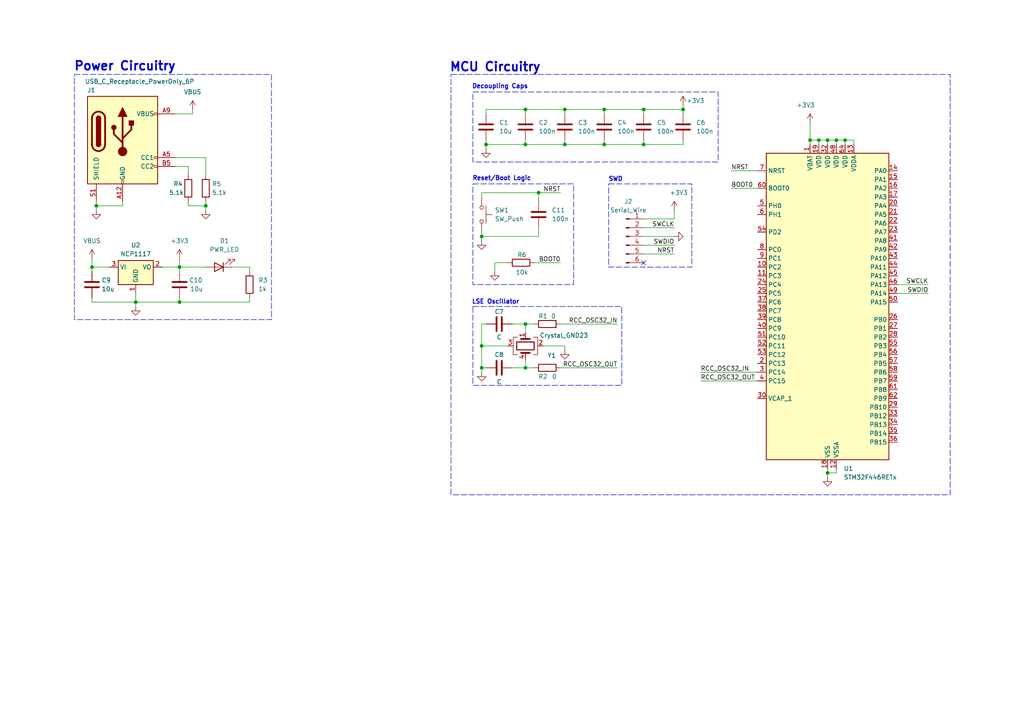
<source format=kicad_sch>
(kicad_sch (version 20250114) (generator "eeschema") (generator_version "9.0")
  (paper "A4")
  (lib_symbols
    (symbol "Connector:Conn_01x06_Pin" (pin_names (offset 1.016) (hide yes))
      (property "Reference" "J" (at 0 7.62 0))
      (property "Value" "Conn_01x06_Pin" (at 0 -10.16 0))
      (symbol "Conn_01x06_Pin_1_1"
        (rectangle (start 0.8636 5.207) (end 0 4.953) (stroke (width 0.1524)) (fill (type outline)))
        (rectangle (start 0.8636 2.667) (end 0 2.413) (stroke (width 0.1524)) (fill (type outline)))
        (rectangle (start 0.8636 0.127) (end 0 -0.127) (stroke (width 0.1524)) (fill (type outline)))
        (rectangle (start 0.8636 -2.413) (end 0 -2.667) (stroke (width 0.1524)) (fill (type outline)))
        (rectangle (start 0.8636 -4.953) (end 0 -5.207) (stroke (width 0.1524)) (fill (type outline)))
        (rectangle (start 0.8636 -7.493) (end 0 -7.747) (stroke (width 0.1524)) (fill (type outline)))
        (polyline (pts (xy 1.27 5.08) (xy 0.8636 5.08)) (stroke (width 0.1524)))
        (polyline (pts (xy 1.27 2.54) (xy 0.8636 2.54)) (stroke (width 0.1524)))
        (polyline (pts (xy 1.27 0) (xy 0.8636 0)) (stroke (width 0.1524)))
        (polyline (pts (xy 1.27 -2.54) (xy 0.8636 -2.54)) (stroke (width 0.1524)))
        (polyline (pts (xy 1.27 -5.08) (xy 0.8636 -5.08)) (stroke (width 0.1524)))
        (polyline (pts (xy 1.27 -7.62) (xy 0.8636 -7.62)) (stroke (width 0.1524)))
        (pin passive line (at 5.08 5.08 180) (length 3.81) (name "Pin_1") (number "1"))
        (pin passive line (at 5.08 2.54 180) (length 3.81) (name "Pin_2") (number "2"))
        (pin passive line (at 5.08 0 180) (length 3.81) (name "Pin_3") (number "3"))
        (pin passive line (at 5.08 -2.54 180) (length 3.81) (name "Pin_4") (number "4"))
        (pin passive line (at 5.08 -5.08 180) (length 3.81) (name "Pin_5") (number "5"))
        (pin passive line (at 5.08 -7.62 180) (length 3.81) (name "Pin_6") (number "6"))
      )
    )
    (symbol "Connector:USB_C_Receptacle_PowerOnly_6P" (pin_names (offset 1.016))
      (property "Reference" "J" (at 0 16.51 0))
      (property "Value" "USB_C_Receptacle_PowerOnly_6P" (at 0 13.97 0))
      (symbol "USB_C_Receptacle_PowerOnly_6P_0_0"
        (rectangle (start -0.254 -12.7) (end 0.254 -11.684))
        (rectangle (start 10.16 7.874) (end 9.144 7.366))
        (rectangle (start 10.16 -4.826) (end 9.144 -5.334))
        (rectangle (start 10.16 -7.366) (end 9.144 -7.874))
      )
      (symbol "USB_C_Receptacle_PowerOnly_6P_0_1"
        (rectangle (start -10.16 12.7) (end 10.16 -12.7) (stroke (width 0.254)) (fill (type background)))
        (polyline (pts (xy -8.89 -1.27) (xy -8.89 6.35)) (stroke (width 0.508)))
        (rectangle (start -7.62 -1.27) (end -6.35 6.35) (stroke (width 0.254)) (fill (type outline)))
        (arc (start -7.62 6.35) (mid -6.985 6.9823) (end -6.35 6.35) (stroke (width 0.254)))
        (arc (start -7.62 6.35) (mid -6.985 6.9823) (end -6.35 6.35) (stroke (width 0.254)) (fill (type outline)))
        (arc (start -8.89 6.35) (mid -6.985 8.2467) (end -5.08 6.35) (stroke (width 0.508)))
        (arc (start -5.08 -1.27) (mid -6.985 -3.1667) (end -8.89 -1.27) (stroke (width 0.508)))
        (arc (start -6.35 -1.27) (mid -6.985 -1.9023) (end -7.62 -1.27) (stroke (width 0.254)))
        (arc (start -6.35 -1.27) (mid -6.985 -1.9023) (end -7.62 -1.27) (stroke (width 0.254)) (fill (type outline)))
        (polyline (pts (xy -5.08 6.35) (xy -5.08 -1.27)) (stroke (width 0.508)))
        (circle (center -2.54 3.683) (radius 0.635) (stroke (width 0.254)) (fill (type outline)))
        (polyline (pts (xy -1.27 6.858) (xy 0 9.398) (xy 1.27 6.858) (xy -1.27 6.858)) (stroke (width 0.254)) (fill (type outline)))
        (polyline (pts (xy 0 0.508) (xy 2.54 3.048) (xy 2.54 4.318)) (stroke (width 0.508)))
        (polyline (pts (xy 0 -0.762) (xy -2.54 1.778) (xy -2.54 3.048)) (stroke (width 0.508)))
        (polyline (pts (xy 0 -3.302) (xy 0 6.858)) (stroke (width 0.508)))
        (circle (center 0 -3.302) (radius 1.27) (fill (type outline)))
        (rectangle (start 1.905 4.318) (end 3.175 5.588) (stroke (width 0.254)) (fill (type outline)))
      )
      (symbol "USB_C_Receptacle_PowerOnly_6P_1_1"
        (pin passive line (at -7.62 -17.78 90) (length 5.08) (name "SHIELD") (number "S1"))
        (pin passive line (at 0 -17.78 90) (length 5.08) (name "GND") (number "A12"))
        (pin passive line (at 0 -17.78 90) (length 5.08) (hide yes) (name "GND") (number "B12"))
        (pin passive line (at 15.24 7.62 180) (length 5.08) (name "VBUS") (number "A9"))
        (pin passive line (at 15.24 7.62 180) (length 5.08) (hide yes) (name "VBUS") (number "B9"))
        (pin bidirectional line (at 15.24 -5.08 180) (length 5.08) (name "CC1") (number "A5"))
        (pin bidirectional line (at 15.24 -7.62 180) (length 5.08) (name "CC2") (number "B5"))
      )
    )
    (symbol "Device:C" (pin_numbers (hide yes)) (pin_names (offset 0.254))
      (property "Reference" "C" (at 0.635 2.54 0))
      (property "Value" "C" (at 0.635 -2.54 0))
      (symbol "C_0_1"
        (polyline (pts (xy -2.032 0.762) (xy 2.032 0.762)) (stroke (width 0.508)))
        (polyline (pts (xy -2.032 -0.762) (xy 2.032 -0.762)) (stroke (width 0.508)))
      )
      (symbol "C_1_1"
        (pin passive line (at 0 3.81 270) (length 2.794) (name "~") (number "1"))
        (pin passive line (at 0 -3.81 90) (length 2.794) (name "~") (number "2"))
      )
    )
    (symbol "Device:Crystal_GND23" (pin_names (offset 1.016) (hide yes))
      (property "Reference" "Y" (at 3.175 5.08 0))
      (property "Value" "Crystal_GND23" (at 3.175 3.175 0))
      (symbol "Crystal_GND23_0_1"
        (polyline (pts (xy -2.54 2.286) (xy -2.54 3.556) (xy 2.54 3.556) (xy 2.54 2.286)))
        (polyline (pts (xy -2.54 0) (xy -2.032 0)))
        (polyline (pts (xy -2.54 -2.286) (xy -2.54 -3.556) (xy 2.54 -3.556) (xy 2.54 -2.286)))
        (polyline (pts (xy -2.032 -1.27) (xy -2.032 1.27)) (stroke (width 0.508)))
        (rectangle (start -1.143 2.54) (end 1.143 -2.54) (stroke (width 0.3048)))
        (polyline (pts (xy 0 3.556) (xy 0 3.81)))
        (polyline (pts (xy 0 -3.81) (xy 0 -3.556)))
        (polyline (pts (xy 2.032 0) (xy 2.54 0)))
        (polyline (pts (xy 2.032 -1.27) (xy 2.032 1.27)) (stroke (width 0.508)))
      )
      (symbol "Crystal_GND23_1_1"
        (pin passive line (at -3.81 0 0) (length 1.27) (name "1") (number "1"))
        (pin passive line (at 0 5.08 270) (length 1.27) (name "2") (number "2"))
        (pin passive line (at 0 -5.08 90) (length 1.27) (name "3") (number "3"))
        (pin passive line (at 3.81 0 180) (length 1.27) (name "4") (number "4"))
      )
    )
    (symbol "Device:LED" (pin_numbers (hide yes)) (pin_names (offset 1.016) (hide yes))
      (property "Reference" "D" (at 0 2.54 0))
      (property "Value" "LED" (at 0 -2.54 0))
      (symbol "LED_0_1"
        (polyline (pts (xy -3.048 -0.762) (xy -4.572 -2.286) (xy -3.81 -2.286) (xy -4.572 -2.286) (xy -4.572 -1.524)))
        (polyline (pts (xy -1.778 -0.762) (xy -3.302 -2.286) (xy -2.54 -2.286) (xy -3.302 -2.286) (xy -3.302 -1.524)))
        (polyline (pts (xy -1.27 0) (xy 1.27 0)))
        (polyline (pts (xy -1.27 -1.27) (xy -1.27 1.27)) (stroke (width 0.254)))
        (polyline (pts (xy 1.27 -1.27) (xy 1.27 1.27) (xy -1.27 0) (xy 1.27 -1.27)) (stroke (width 0.254)))
      )
      (symbol "LED_1_1"
        (pin passive line (at -3.81 0 0) (length 2.54) (name "K") (number "1"))
        (pin passive line (at 3.81 0 180) (length 2.54) (name "A") (number "2"))
      )
    )
    (symbol "Device:R" (pin_numbers (hide yes)) (pin_names (offset 0))
      (property "Reference" "R" (at 2.032 0 90))
      (property "Value" "R" (at 0 0 90))
      (symbol "R_0_1"
        (rectangle (start -1.016 -2.54) (end 1.016 2.54) (stroke (width 0.254)))
      )
      (symbol "R_1_1"
        (pin passive line (at 0 3.81 270) (length 1.27) (name "~") (number "1"))
        (pin passive line (at 0 -3.81 90) (length 1.27) (name "~") (number "2"))
      )
    )
    (symbol "MCU_ST_STM32F4:STM32F446RETx"
      (property "Reference" "U" (at -17.78 46.99 0))
      (property "Value" "STM32F446RETx" (at 10.16 46.99 0))
      (symbol "STM32F446RETx_0_1"
        (rectangle (start -17.78 -43.18) (end 17.78 45.72) (stroke (width 0.254)) (fill (type background)))
      )
      (symbol "STM32F446RETx_1_1"
        (pin input line (at -20.32 40.64 0) (length 2.54) (name "NRST") (number "7"))
        (pin input line (at -20.32 35.56 0) (length 2.54) (name "BOOT0") (number "60"))
        (pin bidirectional line (at -20.32 30.48 0) (length 2.54) (name "PH0") (number "5"))
        (pin bidirectional line (at -20.32 27.94 0) (length 2.54) (name "PH1") (number "6"))
        (pin bidirectional line (at -20.32 22.86 0) (length 2.54) (name "PD2") (number "54"))
        (pin bidirectional line (at -20.32 17.78 0) (length 2.54) (name "PC0") (number "8"))
        (pin bidirectional line (at -20.32 15.24 0) (length 2.54) (name "PC1") (number "9"))
        (pin bidirectional line (at -20.32 12.7 0) (length 2.54) (name "PC2") (number "10"))
        (pin bidirectional line (at -20.32 10.16 0) (length 2.54) (name "PC3") (number "11"))
        (pin bidirectional line (at -20.32 7.62 0) (length 2.54) (name "PC4") (number "24"))
        (pin bidirectional line (at -20.32 5.08 0) (length 2.54) (name "PC5") (number "25"))
        (pin bidirectional line (at -20.32 2.54 0) (length 2.54) (name "PC6") (number "37"))
        (pin bidirectional line (at -20.32 0 0) (length 2.54) (name "PC7") (number "38"))
        (pin bidirectional line (at -20.32 -2.54 0) (length 2.54) (name "PC8") (number "39"))
        (pin bidirectional line (at -20.32 -5.08 0) (length 2.54) (name "PC9") (number "40"))
        (pin bidirectional line (at -20.32 -7.62 0) (length 2.54) (name "PC10") (number "51"))
        (pin bidirectional line (at -20.32 -10.16 0) (length 2.54) (name "PC11") (number "52"))
        (pin bidirectional line (at -20.32 -12.7 0) (length 2.54) (name "PC12") (number "53"))
        (pin bidirectional line (at -20.32 -15.24 0) (length 2.54) (name "PC13") (number "2"))
        (pin bidirectional line (at -20.32 -17.78 0) (length 2.54) (name "PC14") (number "3"))
        (pin bidirectional line (at -20.32 -20.32 0) (length 2.54) (name "PC15") (number "4"))
        (pin power_out line (at -20.32 -25.4 0) (length 2.54) (name "VCAP_1") (number "30"))
        (pin power_in line (at -5.08 48.26 270) (length 2.54) (name "VBAT") (number "1"))
        (pin power_in line (at -2.54 48.26 270) (length 2.54) (name "VDD") (number "19"))
        (pin power_in line (at 0 48.26 270) (length 2.54) (name "VDD") (number "32"))
        (pin power_in line (at 0 -45.72 90) (length 2.54) (name "VSS") (number "18"))
        (pin passive line (at 0 -45.72 90) (length 2.54) (hide yes) (name "VSS") (number "31"))
        (pin passive line (at 0 -45.72 90) (length 2.54) (hide yes) (name "VSS") (number "47"))
        (pin passive line (at 0 -45.72 90) (length 2.54) (hide yes) (name "VSS") (number "63"))
        (pin power_in line (at 2.54 48.26 270) (length 2.54) (name "VDD") (number "48"))
        (pin power_in line (at 2.54 -45.72 90) (length 2.54) (name "VSSA") (number "12"))
        (pin power_in line (at 5.08 48.26 270) (length 2.54) (name "VDD") (number "64"))
        (pin power_in line (at 7.62 48.26 270) (length 2.54) (name "VDDA") (number "13"))
        (pin bidirectional line (at 20.32 40.64 180) (length 2.54) (name "PA0") (number "14"))
        (pin bidirectional line (at 20.32 38.1 180) (length 2.54) (name "PA1") (number "15"))
        (pin bidirectional line (at 20.32 35.56 180) (length 2.54) (name "PA2") (number "16"))
        (pin bidirectional line (at 20.32 33.02 180) (length 2.54) (name "PA3") (number "17"))
        (pin bidirectional line (at 20.32 30.48 180) (length 2.54) (name "PA4") (number "20"))
        (pin bidirectional line (at 20.32 27.94 180) (length 2.54) (name "PA5") (number "21"))
        (pin bidirectional line (at 20.32 25.4 180) (length 2.54) (name "PA6") (number "22"))
        (pin bidirectional line (at 20.32 22.86 180) (length 2.54) (name "PA7") (number "23"))
        (pin bidirectional line (at 20.32 20.32 180) (length 2.54) (name "PA8") (number "41"))
        (pin bidirectional line (at 20.32 17.78 180) (length 2.54) (name "PA9") (number "42"))
        (pin bidirectional line (at 20.32 15.24 180) (length 2.54) (name "PA10") (number "43"))
        (pin bidirectional line (at 20.32 12.7 180) (length 2.54) (name "PA11") (number "44"))
        (pin bidirectional line (at 20.32 10.16 180) (length 2.54) (name "PA12") (number "45"))
        (pin bidirectional line (at 20.32 7.62 180) (length 2.54) (name "PA13") (number "46"))
        (pin bidirectional line (at 20.32 5.08 180) (length 2.54) (name "PA14") (number "49"))
        (pin bidirectional line (at 20.32 2.54 180) (length 2.54) (name "PA15") (number "50"))
        (pin bidirectional line (at 20.32 -2.54 180) (length 2.54) (name "PB0") (number "26"))
        (pin bidirectional line (at 20.32 -5.08 180) (length 2.54) (name "PB1") (number "27"))
        (pin bidirectional line (at 20.32 -7.62 180) (length 2.54) (name "PB2") (number "28"))
        (pin bidirectional line (at 20.32 -10.16 180) (length 2.54) (name "PB3") (number "55"))
        (pin bidirectional line (at 20.32 -12.7 180) (length 2.54) (name "PB4") (number "56"))
        (pin bidirectional line (at 20.32 -15.24 180) (length 2.54) (name "PB5") (number "57"))
        (pin bidirectional line (at 20.32 -17.78 180) (length 2.54) (name "PB6") (number "58"))
        (pin bidirectional line (at 20.32 -20.32 180) (length 2.54) (name "PB7") (number "59"))
        (pin bidirectional line (at 20.32 -22.86 180) (length 2.54) (name "PB8") (number "61"))
        (pin bidirectional line (at 20.32 -25.4 180) (length 2.54) (name "PB9") (number "62"))
        (pin bidirectional line (at 20.32 -27.94 180) (length 2.54) (name "PB10") (number "29"))
        (pin bidirectional line (at 20.32 -30.48 180) (length 2.54) (name "PB12") (number "33"))
        (pin bidirectional line (at 20.32 -33.02 180) (length 2.54) (name "PB13") (number "34"))
        (pin bidirectional line (at 20.32 -35.56 180) (length 2.54) (name "PB14") (number "35"))
        (pin bidirectional line (at 20.32 -38.1 180) (length 2.54) (name "PB15") (number "36"))
      )
    )
    (symbol "Regulator_Linear:NCP1117-3.3_SOT223"
      (property "Reference" "U" (at -3.81 3.175 0))
      (property "Value" "NCP1117-3.3_SOT223" (at 0 3.175 0))
      (symbol "NCP1117-3.3_SOT223_0_1"
        (rectangle (start -5.08 -5.08) (end 5.08 1.905) (stroke (width 0.254)) (fill (type background)))
      )
      (symbol "NCP1117-3.3_SOT223_1_1"
        (pin power_in line (at -7.62 0 0) (length 2.54) (name "VI") (number "3"))
        (pin power_in line (at 0 -7.62 90) (length 2.54) (name "GND") (number "1"))
        (pin power_out line (at 7.62 0 180) (length 2.54) (name "VO") (number "2"))
      )
    )
    (symbol "Switch:SW_Push" (pin_numbers (hide yes)) (pin_names (offset 1.016) (hide yes))
      (property "Reference" "SW" (at 1.27 2.54 0))
      (property "Value" "SW_Push" (at 0 -1.524 0))
      (symbol "SW_Push_0_1"
        (circle (center -2.032 0) (radius 0.508))
        (polyline (pts (xy 0 1.27) (xy 0 3.048)))
        (circle (center 2.032 0) (radius 0.508))
        (polyline (pts (xy 2.54 1.27) (xy -2.54 1.27)))
        (pin passive line (at -5.08 0 0) (length 2.54) (name "1") (number "1"))
        (pin passive line (at 5.08 0 180) (length 2.54) (name "2") (number "2"))
      )
    )
    (symbol "power:+3V3" (power) (pin_numbers (hide yes)) (pin_names (offset 0) (hide yes))
      (property "Value" "+3V3" (at 0 3.556 0))
      (symbol "+3V3_0_1"
        (polyline (pts (xy -0.762 1.27) (xy 0 2.54)))
        (polyline (pts (xy 0 2.54) (xy 0.762 1.27)))
        (polyline (pts (xy 0 0) (xy 0 2.54)))
      )
      (symbol "+3V3_1_1"
        (pin power_in line (at 0 0 90) (length 0) (name "~") (number "1"))
      )
    )
    (symbol "power:GND" (power) (pin_numbers (hide yes)) (pin_names (offset 0) (hide yes))
      (property "Value" "GND" (at 0 -3.81 0))
      (symbol "GND_0_1"
        (polyline (pts (xy 0 0) (xy 0 -1.27) (xy 1.27 -1.27) (xy 0 -2.54) (xy -1.27 -1.27) (xy 0 -1.27)))
      )
      (symbol "GND_1_1"
        (pin power_in line (at 0 0 270) (length 0) (name "~") (number "1"))
      )
    )
    (symbol "power:VBUS" (power) (pin_numbers (hide yes)) (pin_names (offset 0) (hide yes))
      (property "Value" "VBUS" (at 0 3.556 0))
      (symbol "VBUS_0_1"
        (polyline (pts (xy -0.762 1.27) (xy 0 2.54)))
        (polyline (pts (xy 0 2.54) (xy 0.762 1.27)))
        (polyline (pts (xy 0 0) (xy 0 2.54)))
      )
      (symbol "VBUS_1_1"
        (pin power_in line (at 0 0 90) (length 0) (name "~") (number "1"))
      )
    )
  )
  (rectangle (start 137.16 88.9) (end 180.34 111.76) (stroke (width 0) (type dash)))
  (rectangle (start 130.81 21.59) (end 275.59 143.51) (stroke (width 0) (type dash)))
  (rectangle (start 137.16 53.34) (end 166.37 82.55) (stroke (width 0) (type dash)))
  (rectangle (start 137.16 26.67) (end 208.28 46.99) (stroke (width 0) (type dash)))
  (rectangle (start 21.59 21.59) (end 78.74 92.71) (stroke (width 0) (type dash)))
  (rectangle (start 176.53 53.34) (end 200.66 77.47) (stroke (width 0) (type dash)))
  (text "Decoupling Caps" (at 145.034 25.146 0) (effects (font (size 1.27 1.27) (thickness 0.254) (bold yes))))
  (text "Reset/Boot Logic\n" (at 145.542 51.816 0) (effects (font (size 1.27 1.27) (thickness 0.254) (bold yes))))
  (text "Power Circuitry" (at 21.336 19.304 0) (effects (font (size 2.54 2.54) (thickness 0.508) (bold yes)) (justify left)))
  (text "MCU Circuitry" (at 130.302 19.558 0) (effects (font (size 2.54 2.54) (thickness 0.508) (bold yes)) (justify left)))
  (text "SWD" (at 178.562 52.07 0) (effects (font (size 1.27 1.27) (thickness 0.254) (bold yes))))
  (text "LSE Oscillator" (at 143.764 87.63 0) (effects (font (size 1.27 1.27) (thickness 0.254) (bold yes))))
  (junction (at 52.07 77.47))
  (junction (at 59.69 59.69))
  (junction (at 245.11 40.64))
  (junction (at 240.03 137.16))
  (junction (at 152.4 93.98))
  (junction (at 175.26 41.91))
  (junction (at 163.83 31.75))
  (junction (at 242.57 40.64))
  (junction (at 152.4 106.68))
  (junction (at 139.7 68.58))
  (junction (at 234.95 40.64))
  (junction (at 240.03 40.64))
  (junction (at 156.21 55.88))
  (junction (at 39.37 87.63))
  (junction (at 140.97 41.91))
  (junction (at 186.69 41.91))
  (junction (at 237.49 40.64))
  (junction (at 27.94 59.69))
  (junction (at 163.83 41.91))
  (junction (at 152.4 31.75))
  (junction (at 198.12 31.75))
  (junction (at 139.7 100.33))
  (junction (at 139.7 106.68))
  (junction (at 152.4 41.91))
  (junction (at 175.26 31.75))
  (junction (at 186.69 31.75))
  (junction (at 26.67 77.47))
  (junction (at 52.07 87.63))
  (no_connect (at 186.69 76.2))
  (wire (pts (xy 240.03 137.16) (xy 240.03 138.43)))
  (wire (pts (xy 140.97 31.75) (xy 140.97 33.02)))
  (wire (pts (xy 139.7 100.33) (xy 139.7 106.68)))
  (wire (pts (xy 39.37 87.63) (xy 39.37 88.9)))
  (wire (pts (xy 186.69 40.64) (xy 186.69 41.91)))
  (wire (pts (xy 163.83 41.91) (xy 152.4 41.91)))
  (wire (pts (xy 46.99 77.47) (xy 52.07 77.47)))
  (wire (pts (xy 26.67 77.47) (xy 31.75 77.47)))
  (wire (pts (xy 198.12 31.75) (xy 198.12 33.02)))
  (wire (pts (xy 152.4 41.91) (xy 140.97 41.91)))
  (wire (pts (xy 212.09 54.61) (xy 219.71 54.61)))
  (wire (pts (xy 50.8 48.26) (xy 54.61 48.26)))
  (wire (pts (xy 72.39 87.63) (xy 52.07 87.63)))
  (wire (pts (xy 26.67 86.36) (xy 26.67 87.63)))
  (wire (pts (xy 156.21 58.42) (xy 156.21 55.88)))
  (wire (pts (xy 52.07 87.63) (xy 39.37 87.63)))
  (wire (pts (xy 27.94 58.42) (xy 27.94 59.69)))
  (wire (pts (xy 240.03 137.16) (xy 242.57 137.16)))
  (wire (pts (xy 139.7 68.58) (xy 139.7 67.31)))
  (wire (pts (xy 260.35 85.09) (xy 269.24 85.09)))
  (wire (pts (xy 186.69 63.5) (xy 195.58 63.5)))
  (wire (pts (xy 55.88 33.02) (xy 55.88 31.75)))
  (wire (pts (xy 175.26 41.91) (xy 163.83 41.91)))
  (wire (pts (xy 203.2 107.95) (xy 219.71 107.95)))
  (wire (pts (xy 154.94 93.98) (xy 152.4 93.98)))
  (wire (pts (xy 242.57 137.16) (xy 242.57 135.89)))
  (wire (pts (xy 54.61 58.42) (xy 54.61 59.69)))
  (wire (pts (xy 242.57 40.64) (xy 245.11 40.64)))
  (wire (pts (xy 67.31 77.47) (xy 72.39 77.47)))
  (wire (pts (xy 198.12 40.64) (xy 198.12 41.91)))
  (wire (pts (xy 148.59 93.98) (xy 152.4 93.98)))
  (wire (pts (xy 163.83 31.75) (xy 163.83 33.02)))
  (wire (pts (xy 143.51 76.2) (xy 143.51 78.74)))
  (wire (pts (xy 50.8 45.72) (xy 59.69 45.72)))
  (wire (pts (xy 245.11 40.64) (xy 245.11 41.91)))
  (wire (pts (xy 156.21 55.88) (xy 162.56 55.88)))
  (wire (pts (xy 59.69 59.69) (xy 59.69 60.96)))
  (wire (pts (xy 54.61 48.26) (xy 54.61 50.8)))
  (wire (pts (xy 26.67 87.63) (xy 39.37 87.63)))
  (wire (pts (xy 162.56 93.98) (xy 179.07 93.98)))
  (wire (pts (xy 175.26 40.64) (xy 175.26 41.91)))
  (wire (pts (xy 152.4 40.64) (xy 152.4 41.91)))
  (wire (pts (xy 175.26 31.75) (xy 163.83 31.75)))
  (wire (pts (xy 140.97 41.91) (xy 140.97 40.64)))
  (wire (pts (xy 247.65 40.64) (xy 247.65 41.91)))
  (wire (pts (xy 152.4 106.68) (xy 154.94 106.68)))
  (wire (pts (xy 139.7 68.58) (xy 139.7 69.85)))
  (wire (pts (xy 195.58 73.66) (xy 186.69 73.66)))
  (wire (pts (xy 234.95 35.56) (xy 234.95 40.64)))
  (wire (pts (xy 139.7 55.88) (xy 156.21 55.88)))
  (wire (pts (xy 195.58 66.04) (xy 186.69 66.04)))
  (wire (pts (xy 156.21 66.04) (xy 156.21 68.58)))
  (wire (pts (xy 72.39 86.36) (xy 72.39 87.63)))
  (wire (pts (xy 186.69 31.75) (xy 175.26 31.75)))
  (wire (pts (xy 139.7 106.68) (xy 139.7 107.95)))
  (wire (pts (xy 26.67 77.47) (xy 26.67 78.74)))
  (wire (pts (xy 39.37 85.09) (xy 39.37 87.63)))
  (wire (pts (xy 152.4 31.75) (xy 152.4 33.02)))
  (wire (pts (xy 54.61 59.69) (xy 59.69 59.69)))
  (wire (pts (xy 152.4 104.14) (xy 152.4 106.68)))
  (wire (pts (xy 198.12 30.48) (xy 198.12 31.75)))
  (wire (pts (xy 195.58 71.12) (xy 186.69 71.12)))
  (wire (pts (xy 35.56 58.42) (xy 35.56 59.69)))
  (wire (pts (xy 140.97 41.91) (xy 140.97 43.18)))
  (wire (pts (xy 240.03 135.89) (xy 240.03 137.16)))
  (wire (pts (xy 260.35 82.55) (xy 269.24 82.55)))
  (wire (pts (xy 26.67 74.93) (xy 26.67 77.47)))
  (wire (pts (xy 240.03 40.64) (xy 240.03 41.91)))
  (wire (pts (xy 52.07 77.47) (xy 59.69 77.47)))
  (wire (pts (xy 147.32 76.2) (xy 143.51 76.2)))
  (wire (pts (xy 148.59 106.68) (xy 152.4 106.68)))
  (wire (pts (xy 72.39 77.47) (xy 72.39 78.74)))
  (wire (pts (xy 198.12 31.75) (xy 186.69 31.75)))
  (wire (pts (xy 163.83 100.33) (xy 163.83 101.6)))
  (wire (pts (xy 186.69 31.75) (xy 186.69 33.02)))
  (wire (pts (xy 50.8 33.02) (xy 55.88 33.02)))
  (wire (pts (xy 152.4 93.98) (xy 152.4 96.52)))
  (wire (pts (xy 175.26 31.75) (xy 175.26 33.02)))
  (wire (pts (xy 198.12 41.91) (xy 186.69 41.91)))
  (wire (pts (xy 154.94 76.2) (xy 162.56 76.2)))
  (wire (pts (xy 212.09 49.53) (xy 219.71 49.53)))
  (wire (pts (xy 139.7 93.98) (xy 139.7 100.33)))
  (wire (pts (xy 152.4 31.75) (xy 140.97 31.75)))
  (wire (pts (xy 59.69 58.42) (xy 59.69 59.69)))
  (wire (pts (xy 156.21 68.58) (xy 139.7 68.58)))
  (wire (pts (xy 186.69 41.91) (xy 175.26 41.91)))
  (wire (pts (xy 163.83 31.75) (xy 152.4 31.75)))
  (wire (pts (xy 162.56 106.68) (xy 179.07 106.68)))
  (wire (pts (xy 52.07 86.36) (xy 52.07 87.63)))
  (wire (pts (xy 139.7 55.88) (xy 139.7 57.15)))
  (wire (pts (xy 52.07 77.47) (xy 52.07 78.74)))
  (wire (pts (xy 237.49 40.64) (xy 237.49 41.91)))
  (wire (pts (xy 242.57 40.64) (xy 242.57 41.91)))
  (wire (pts (xy 27.94 59.69) (xy 27.94 60.96)))
  (wire (pts (xy 195.58 68.58) (xy 186.69 68.58)))
  (wire (pts (xy 240.03 40.64) (xy 242.57 40.64)))
  (wire (pts (xy 140.97 93.98) (xy 139.7 93.98)))
  (wire (pts (xy 203.2 110.49) (xy 219.71 110.49)))
  (wire (pts (xy 234.95 40.64) (xy 237.49 40.64)))
  (wire (pts (xy 52.07 77.47) (xy 52.07 74.93)))
  (wire (pts (xy 234.95 40.64) (xy 234.95 41.91)))
  (wire (pts (xy 59.69 45.72) (xy 59.69 50.8)))
  (wire (pts (xy 245.11 40.64) (xy 247.65 40.64)))
  (wire (pts (xy 195.58 60.96) (xy 195.58 63.5)))
  (wire (pts (xy 237.49 40.64) (xy 240.03 40.64)))
  (wire (pts (xy 157.48 100.33) (xy 163.83 100.33)))
  (wire (pts (xy 139.7 106.68) (xy 140.97 106.68)))
  (wire (pts (xy 35.56 59.69) (xy 27.94 59.69)))
  (wire (pts (xy 163.83 40.64) (xy 163.83 41.91)))
  (wire (pts (xy 139.7 100.33) (xy 147.32 100.33)))
  (label "RCC_OSC32_OUT" (at 179.07 106.68 180))
  (label "SWCLK" (at 269.24 82.55 180))
  (label "RCC_OSC32_OUT" (at 203.2 110.49 0))
  (label "RCC_OSC32_IN" (at 203.2 107.95 0))
  (label "BOOT0" (at 162.56 76.2 180))
  (label "RCC_OSC32_IN" (at 179.07 93.98 180))
  (label "BOOT0" (at 212.09 54.61 0))
  (label "NRST" (at 162.56 55.88 180))
  (label "NRST" (at 195.58 73.66 180))
  (label "SWDIO" (at 269.24 85.09 180))
  (label "SWCLK" (at 195.58 66.04 180))
  (label "SWDIO" (at 195.58 71.12 180))
  (label "NRST" (at 212.09 49.53 0))
  (symbol (lib_id "Device:R") (at 72.39 82.55 0) (unit 1)
    (property "Reference" "R3" (at 74.93 81.2799 0) (effects (justify left)))
    (property "Value" "1k" (at 74.93 83.8199 0) (effects (justify left)))
    (property "Footprint" "Resistor_SMD:R_0805_2012Metric_Pad1.20x1.40mm_HandSolder" (effects (hide yes)))
    (property "Description" "Resistor" (effects (hide yes)))
  )
  (symbol (lib_id "Device:C") (at 163.83 36.83 0) (unit 1)
    (property "Reference" "C3" (at 167.64 35.5599 0) (effects (justify left)))
    (property "Value" "100n" (at 167.64 38.0999 0) (effects (justify left)))
    (property "Footprint" "Capacitor_SMD:C_0805_2012Metric_Pad1.18x1.45mm_HandSolder" (effects (hide yes)))
    (property "Description" "Unpolarized capacitor" (effects (hide yes)))
  )
  (symbol (lib_id "Device:C") (at 144.78 106.68 90) (unit 1)
    (property "Reference" "C8" (at 144.78 102.87 90))
    (property "Value" "C" (at 144.78 110.744 90))
    (property "Footprint" "Capacitor_SMD:C_0805_2012Metric_Pad1.18x1.45mm_HandSolder" (effects (hide yes)))
    (property "Description" "Unpolarized capacitor" (effects (hide yes)))
  )
  (symbol (lib_id "Switch:SW_Push") (at 139.7 62.23 270) (unit 1)
    (property "Reference" "SW1" (at 143.51 60.9599 90) (effects (justify left)))
    (property "Value" "SW_Push" (at 143.51 63.4999 90) (effects (justify left)))
    (property "Description" "Push button switch, generic, two pins" (effects (hide yes)))
  )
  (symbol (lib_id "Device:C") (at 152.4 36.83 0) (unit 1)
    (property "Reference" "C2" (at 156.21 35.5599 0) (effects (justify left)))
    (property "Value" "100n" (at 156.21 38.0999 0) (effects (justify left)))
    (property "Footprint" "Capacitor_SMD:C_0805_2012Metric_Pad1.18x1.45mm_HandSolder" (effects (hide yes)))
    (property "Description" "Unpolarized capacitor" (effects (hide yes)))
  )
  (symbol (lib_id "Device:R") (at 158.75 106.68 90) (unit 1)
    (property "Reference" "R2" (at 157.48 109.22 90))
    (property "Value" "0" (at 160.782 109.22 90))
    (property "Footprint" "Resistor_SMD:R_0805_2012Metric_Pad1.20x1.40mm_HandSolder" (effects (hide yes)))
    (property "Description" "Resistor" (effects (hide yes)))
  )
  (symbol (lib_id "Device:LED") (at 63.5 77.47 180) (unit 1)
    (property "Reference" "D1" (at 65.0875 69.85 0))
    (property "Value" "PWR_LED" (at 65.0875 72.39 0))
    (property "Footprint" "LED_SMD:LED_0805_2012Metric_Pad1.15x1.40mm_HandSolder" (effects (hide yes)))
    (property "Description" "Light emitting diode" (effects (hide yes)))
    (property "Sim.Pins" "1=K 2=A" (effects (hide yes)))
  )
  (symbol (lib_id "power:+3V3") (at 195.58 60.96 0) (mirror y) (unit 1)
    (property "Reference" "#PWR013" (effects (hide yes)))
    (property "Value" "+3V3" (at 196.85 55.88 0))
    (property "Description" "Power symbol creates a global label with name \"+3V3\"" (effects (hide yes)))
  )
  (symbol (lib_id "Device:R") (at 158.75 93.98 90) (unit 1)
    (property "Reference" "R1" (at 157.48 91.694 90))
    (property "Value" "0" (at 160.528 91.694 90))
    (property "Footprint" "Resistor_SMD:R_0805_2012Metric_Pad1.20x1.40mm_HandSolder" (effects (hide yes)))
    (property "Description" "Resistor" (effects (hide yes)))
  )
  (symbol (lib_id "Device:R") (at 151.13 76.2 90) (unit 1)
    (property "Reference" "R6" (at 151.384 73.914 90))
    (property "Value" "10k" (at 151.384 78.994 90))
    (property "Footprint" "Resistor_SMD:R_0805_2012Metric_Pad1.20x1.40mm_HandSolder" (effects (hide yes)))
    (property "Description" "Resistor" (effects (hide yes)))
  )
  (symbol (lib_id "Device:C") (at 186.69 36.83 0) (unit 1)
    (property "Reference" "C5" (at 190.5 35.5599 0) (effects (justify left)))
    (property "Value" "100n" (at 190.5 38.0999 0) (effects (justify left)))
    (property "Footprint" "Capacitor_SMD:C_0805_2012Metric_Pad1.18x1.45mm_HandSolder" (effects (hide yes)))
    (property "Description" "Unpolarized capacitor" (effects (hide yes)))
  )
  (symbol (lib_id "Device:C") (at 26.67 82.55 0) (unit 1)
    (property "Reference" "C9" (at 29.464 81.28 0) (effects (justify left)))
    (property "Value" "10u" (at 29.464 83.82 0) (effects (justify left)))
    (property "Footprint" "Capacitor_SMD:C_0805_2012Metric_Pad1.18x1.45mm_HandSolder" (effects (hide yes)))
    (property "Description" "Unpolarized capacitor" (effects (hide yes)))
  )
  (symbol (lib_id "power:GND") (at 240.03 138.43 0) (unit 1)
    (property "Reference" "#PWR04" (effects (hide yes)))
    (property "Value" "GND" (effects (hide yes)))
    (property "Description" "Power symbol creates a global label with name \"GND\" , ground" (effects (hide yes)))
  )
  (symbol (lib_id "Device:C") (at 140.97 36.83 0) (unit 1)
    (property "Reference" "C1" (at 144.78 35.5599 0) (effects (justify left)))
    (property "Value" "10u" (at 144.78 38.0999 0) (effects (justify left)))
    (property "Footprint" "Capacitor_SMD:C_0805_2012Metric_Pad1.18x1.45mm_HandSolder" (effects (hide yes)))
    (property "Description" "Unpolarized capacitor" (effects (hide yes)))
  )
  (symbol (lib_id "Device:C") (at 156.21 62.23 0) (unit 1)
    (property "Reference" "C11" (at 160.02 60.9599 0) (effects (justify left)))
    (property "Value" "100n" (at 160.02 63.4999 0) (effects (justify left)))
    (property "Footprint" "Capacitor_SMD:C_0805_2012Metric_Pad1.18x1.45mm_HandSolder" (effects (hide yes)))
    (property "Description" "Unpolarized capacitor" (effects (hide yes)))
  )
  (symbol (lib_id "Device:Crystal_GND23") (at 152.4 100.33 270) (unit 1)
    (property "Reference" "Y1" (at 160.02 103.124 90))
    (property "Value" "Crystal_GND23" (at 163.576 97.282 90))
    (property "Footprint" "Crystal:Crystal_SMD_Abracon_ABS25-4Pin_8.0x3.8mm" (effects (hide yes)))
    (property "Description" "Four pin crystal, GND on pins 2 and 3" (effects (hide yes)))
  )
  (symbol (lib_id "Device:R") (at 59.69 54.61 0) (unit 1)
    (property "Reference" "R5" (at 61.468 53.34 0) (effects (justify left)))
    (property "Value" "5.1k" (at 61.468 55.88 0) (effects (justify left)))
    (property "Description" "Resistor" (effects (hide yes)))
  )
  (symbol (lib_id "Connector:Conn_01x06_Pin") (at 181.61 68.58 0) (unit 1)
    (property "Reference" "J2" (at 182.245 58.42 0))
    (property "Value" "Serial_Wire" (at 182.245 60.96 0))
    (property "Footprint" "Connector_PinHeader_2.54mm:PinHeader_1x06_P2.54mm_Vertical" (effects (hide yes)))
    (property "Description" "Generic connector, single row, 01x06, script generated" (effects (hide yes)))
  )
  (symbol (lib_id "power:+3V3") (at 234.95 35.56 0) (unit 1)
    (property "Reference" "#PWR01" (effects (hide yes)))
    (property "Value" "+3V3" (at 233.68 30.48 0))
    (property "Description" "Power symbol creates a global label with name \"+3V3\"" (effects (hide yes)))
  )
  (symbol (lib_id "power:VBUS") (at 55.88 31.75 0) (unit 1)
    (property "Reference" "#PWR08" (effects (hide yes)))
    (property "Value" "VBUS" (at 55.88 26.67 0))
    (property "Description" "Power symbol creates a global label with name \"VBUS\"" (effects (hide yes)))
  )
  (symbol (lib_id "MCU_ST_STM32F4:STM32F446RETx") (at 240.03 90.17 0) (unit 1)
    (property "Reference" "U1" (at 244.7133 135.89 0) (effects (justify left)))
    (property "Value" "STM32F446RETx" (at 244.7133 138.43 0) (effects (justify left)))
    (property "Footprint" "Package_QFP:LQFP-64_10x10mm_P0.5mm" (effects (hide yes)))
    (property "Datasheet" "https://www.st.com/resource/en/datasheet/stm32f446re.pdf" (effects (hide yes)))
    (property "Description" "STMicroelectronics Arm Cortex-M4 MCU, 512KB flash, 128KB RAM, 180 MHz, 1.8-3.6V, 50 GPIO, LQFP64" (effects (hide yes)))
  )
  (symbol (lib_id "power:GND") (at 195.58 68.58 90) (mirror x) (unit 1)
    (property "Reference" "#PWR014" (effects (hide yes)))
    (property "Value" "GND" (effects (hide yes)))
    (property "Description" "Power symbol creates a global label with name \"GND\" , ground" (effects (hide yes)))
  )
  (symbol (lib_id "power:GND") (at 59.69 60.96 0) (unit 1)
    (property "Reference" "#PWR012" (effects (hide yes)))
    (property "Value" "GND" (effects (hide yes)))
    (property "Description" "Power symbol creates a global label with name \"GND\" , ground" (effects (hide yes)))
  )
  (symbol (lib_id "Device:C") (at 175.26 36.83 0) (unit 1)
    (property "Reference" "C4" (at 179.07 35.5599 0) (effects (justify left)))
    (property "Value" "100n" (at 179.07 38.0999 0) (effects (justify left)))
    (property "Footprint" "Capacitor_SMD:C_0805_2012Metric_Pad1.18x1.45mm_HandSolder" (effects (hide yes)))
    (property "Description" "Unpolarized capacitor" (effects (hide yes)))
  )
  (symbol (lib_id "power:GND") (at 140.97 43.18 0) (unit 1)
    (property "Reference" "#PWR03" (effects (hide yes)))
    (property "Value" "GND" (effects (hide yes)))
    (property "Description" "Power symbol creates a global label with name \"GND\" , ground" (effects (hide yes)))
  )
  (symbol (lib_id "Regulator_Linear:NCP1117-3.3_SOT223") (at 39.37 77.47 0) (unit 1)
    (property "Reference" "U2" (at 39.37 71.12 0))
    (property "Value" "NCP1117" (at 39.37 73.66 0))
    (property "Footprint" "Package_TO_SOT_SMD:SOT-223-3_TabPin2" (effects (hide yes)))
    (property "Datasheet" "http://www.onsemi.com/pub_link/Collateral/NCP1117-D.PDF" (effects (hide yes)))
    (property "Description" "1A Low drop-out regulator, Fixed Output 3.3V, SOT-223" (effects (hide yes)))
  )
  (symbol (lib_id "Device:C") (at 144.78 93.98 90) (unit 1)
    (property "Reference" "C7" (at 144.78 90.424 90))
    (property "Value" "C" (at 144.78 97.79 90))
    (property "Footprint" "Capacitor_SMD:C_0805_2012Metric_Pad1.18x1.45mm_HandSolder" (effects (hide yes)))
    (property "Description" "Unpolarized capacitor" (effects (hide yes)))
  )
  (symbol (lib_id "power:VBUS") (at 26.67 74.93 0) (unit 1)
    (property "Reference" "#PWR09" (effects (hide yes)))
    (property "Value" "VBUS" (at 26.67 69.85 0))
    (property "Description" "Power symbol creates a global label with name \"VBUS\"" (effects (hide yes)))
  )
  (symbol (lib_id "Device:R") (at 54.61 54.61 0) (unit 1)
    (property "Reference" "R4" (at 50.292 53.34 0) (effects (justify left)))
    (property "Value" "5.1k" (at 49.022 55.88 0) (effects (justify left)))
    (property "Description" "Resistor" (effects (hide yes)))
  )
  (symbol (lib_id "Device:C") (at 198.12 36.83 0) (unit 1)
    (property "Reference" "C6" (at 201.93 35.5599 0) (effects (justify left)))
    (property "Value" "100n" (at 201.93 38.0999 0) (effects (justify left)))
    (property "Footprint" "Capacitor_SMD:C_0805_2012Metric_Pad1.18x1.45mm_HandSolder" (effects (hide yes)))
    (property "Description" "Unpolarized capacitor" (effects (hide yes)))
  )
  (symbol (lib_id "power:GND") (at 39.37 88.9 0) (unit 1)
    (property "Reference" "#PWR011" (effects (hide yes)))
    (property "Value" "GND" (effects (hide yes)))
    (property "Description" "Power symbol creates a global label with name \"GND\" , ground" (effects (hide yes)))
  )
  (symbol (lib_id "power:GND") (at 163.83 101.6 0) (unit 1)
    (property "Reference" "#PWR05" (effects (hide yes)))
    (property "Value" "GND" (effects (hide yes)))
    (property "Description" "Power symbol creates a global label with name \"GND\" , ground" (effects (hide yes)))
  )
  (symbol (lib_id "power:GND") (at 139.7 107.95 0) (unit 1)
    (property "Reference" "#PWR06" (effects (hide yes)))
    (property "Value" "GND" (effects (hide yes)))
    (property "Description" "Power symbol creates a global label with name \"GND\" , ground" (effects (hide yes)))
  )
  (symbol (lib_id "power:GND") (at 143.51 78.74 0) (unit 1)
    (property "Reference" "#PWR016" (effects (hide yes)))
    (property "Value" "GND" (effects (hide yes)))
    (property "Description" "Power symbol creates a global label with name \"GND\" , ground" (effects (hide yes)))
  )
  (symbol (lib_id "power:GND") (at 27.94 60.96 0) (unit 1)
    (property "Reference" "#PWR07" (effects (hide yes)))
    (property "Value" "GND" (effects (hide yes)))
    (property "Description" "Power symbol creates a global label with name \"GND\" , ground" (effects (hide yes)))
  )
  (symbol (lib_id "power:+3V3") (at 198.12 30.48 0) (unit 1)
    (property "Reference" "#PWR02" (effects (hide yes)))
    (property "Value" "+3V3" (at 201.676 29.21 0))
    (property "Description" "Power symbol creates a global label with name \"+3V3\"" (effects (hide yes)))
  )
  (symbol (lib_id "power:GND") (at 139.7 69.85 0) (unit 1)
    (property "Reference" "#PWR015" (effects (hide yes)))
    (property "Value" "GND" (effects (hide yes)))
    (property "Description" "Power symbol creates a global label with name \"GND\" , ground" (effects (hide yes)))
  )
  (symbol (lib_id "power:+3V3") (at 52.07 74.93 0) (unit 1)
    (property "Reference" "#PWR010" (effects (hide yes)))
    (property "Value" "+3V3" (at 52.07 69.85 0))
    (property "Description" "Power symbol creates a global label with name \"+3V3\"" (effects (hide yes)))
  )
  (symbol (lib_id "Device:C") (at 52.07 82.55 0) (unit 1)
    (property "Reference" "C10" (at 54.864 81.28 0) (effects (justify left)))
    (property "Value" "10u" (at 55.118 83.82 0) (effects (justify left)))
    (property "Footprint" "Capacitor_SMD:C_0805_2012Metric_Pad1.18x1.45mm_HandSolder" (effects (hide yes)))
    (property "Description" "Unpolarized capacitor" (effects (hide yes)))
  )
  (symbol (lib_id "Connector:USB_C_Receptacle_PowerOnly_6P") (at 35.56 40.64 0) (unit 1)
    (property "Reference" "J1" (at 27.686 26.162 0) (effects (justify right)))
    (property "Value" "USB_C_Receptacle_PowerOnly_6P" (at 56.388 23.622 0) (effects (justify right)))
    (property "Footprint" "Connector_USB:USB_C_Receptacle_GCT_USB4125-xx-x-0190_6P_TopMnt_Horizontal" (effects (hide yes)))
    (property "Datasheet" "https://www.usb.org/sites/default/files/documents/usb_type-c.zip" (effects (hide yes)))
    (property "Description" "USB Power-Only 6P Type-C Receptacle connector" (effects (hide yes)))
  )
)
</source>
